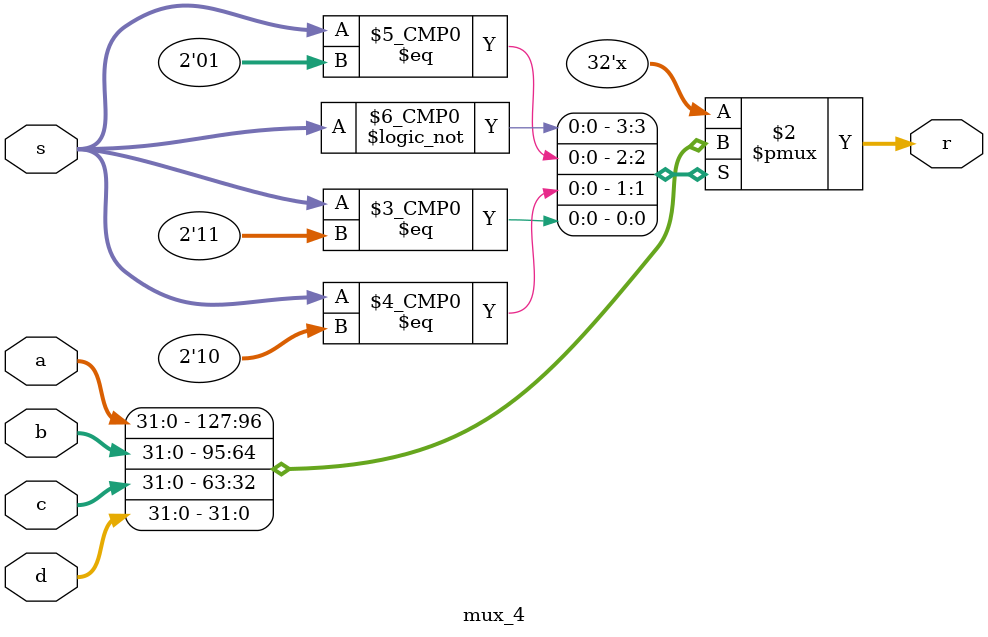
<source format=v>
`timescale 1ns / 1ps
module mux_4 #(parameter WIDTH = 32)(
		input [WIDTH - 1:0] a,
		 input [WIDTH - 1:0] b,
		 input [WIDTH - 1:0] c,
		 input [WIDTH - 1:0] d,
		 input [1:0] s,
		output reg [WIDTH - 1:0] r
    );
		always @ (*) 
		begin
			case (s)
					2'b00: r=a;
					2'b01: r=b;
					2'b10: r=c;
					2'b11: r=d;
			endcase
		end 

endmodule

</source>
